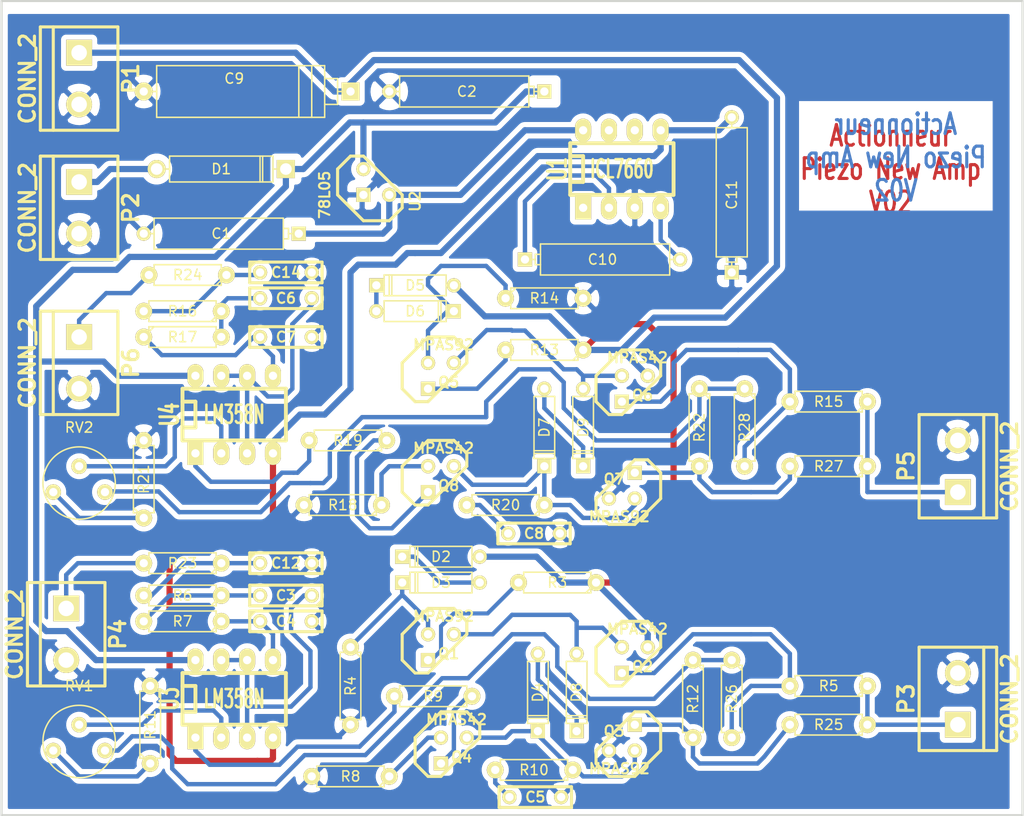
<source format=kicad_pcb>
(kicad_pcb (version 4) (host pcbnew "(2015-06-24 BZR 5819)-product")
  (title_block (title Actionneur_piezo) (company "Kicad devs") (comment 1 Demo))
  (layers (0 Composant power) (31 Cuivre signal) (34 B.Paste user) (35 F.Paste user) (36 B.SilkS user) (37 F.SilkS user) (38 B.Mask user) (39 F.Mask user) (44 Edge.Cuts user))
  (net 0 "")
  (net 1 -VAA)
  (net 2 /12Vext)
  (net 3 /ampli_ht_horizontal/PIEZO_IN)
  (net 4 /ampli_ht_horizontal/PIEZO_OUT)
  (net 5 /ampli_ht_horizontal/S_OUT+)
  (net 6 /ampli_ht_horizontal/Vpil_0_3,3V)
  (net 7 /ampli_ht_vertical/PIEZO_IN)
  (net 8 /ampli_ht_vertical/PIEZO_OUT)
  (net 9 /ampli_ht_vertical/S_OUT+)
  (net 10 /ampli_ht_vertical/Vpil_0_3,3V)
  (net 11 GND)
  (net 12 HT)
  (net 13 "Net-(C10-Pad1)")
  (net 14 "Net-(C10-Pad2)")
  (net 15 "Net-(C12-Pad1)")
  (net 16 "Net-(C14-Pad1)")
  (net 17 "Net-(C3-Pad2)")
  (net 18 "Net-(C4-Pad1)")
  (net 19 "Net-(C5-Pad1)")
  (net 20 "Net-(C6-Pad2)")
  (net 21 "Net-(C7-Pad1)")
  (net 22 "Net-(C8-Pad1)")
  (net 23 "Net-(D4-Pad1)")
  (net 24 "Net-(D4-Pad2)")
  (net 25 "Net-(D7-Pad1)")
  (net 26 "Net-(D7-Pad2)")
  (net 27 "Net-(Q1-PadE)")
  (net 28 "Net-(Q2-PadE)")
  (net 29 "Net-(Q3-PadE)")
  (net 30 "Net-(Q4-PadB)")
  (net 31 "Net-(Q4-PadE)")
  (net 32 "Net-(Q5-PadE)")
  (net 33 "Net-(Q6-PadE)")
  (net 34 "Net-(Q7-PadE)")
  (net 35 "Net-(Q8-PadB)")
  (net 36 "Net-(Q8-PadE)")
  (net 37 "Net-(R11-Pad1)")
  (net 38 "Net-(R19-Pad2)")
  (net 39 "Net-(R21-Pad1)")
  (net 40 "Net-(R9-Pad2)")
  (net 41 "Net-(RV1-Pad2)")
  (net 42 "Net-(RV2-Pad2)")
  (net 43 VCC)
  (net 44 "Net-(U1-Pad6)")
  (net 45 "Net-(U1-Pad7)")
  (net 46 +12V)
  (net 47 "Net-(D2-Pad1)")
  (net 48 "Net-(D3-Pad1)")
  (net 49 "Net-(D5-Pad1)")
  (net 50 "Net-(D6-Pad1)")
  (net 51 "Net-(D8-Pad2)")
  (net 52 "Net-(D9-Pad2)")
  (module discret:CP6 (layer Composant) (at 109.855 74.676 180)
    (fp_text reference C1 (at 0 0 180) (layer F.SilkS))
    (fp_text value 47uF)
    (pad 1 thru_hole rect (at -7.62 0 180) (size 1.397 1.397) (drill 0.8128) (layers *.Cu *.Mask F.SilkS) (net 43 VCC))
    (pad 2 thru_hole circle (at 7.62 0 180) (size 1.397 1.397) (drill 0.8128) (layers *.Cu *.Mask F.SilkS) (net 11 GND))
  )
  (module discret:CP6 (layer Composant) (at 133.985 60.706 180)
    (fp_text reference C2 (at 0 0 180) (layer F.SilkS))
    (fp_text value 47uF/20V)
    (pad 1 thru_hole rect (at -7.62 0 180) (size 1.397 1.397) (drill 0.8128) (layers *.Cu *.Mask F.SilkS) (net 46 +12V))
    (pad 2 thru_hole circle (at 7.62 0 180) (size 1.397 1.397) (drill 0.8128) (layers *.Cu *.Mask F.SilkS) (net 11 GND))
  )
  (module discret:C2 (layer Composant) (at 116.205 110.236 180)
    (fp_text reference C3 (at 0 0 180) (layer F.SilkS) (effects (font (thickness 0.2))))
    (fp_text value 15nF hide)
    (pad 1 thru_hole circle (at -2.54 0 180) (size 1.397 1.397) (drill 0.8128) (layers *.Cu *.Mask F.SilkS) (net 10 /ampli_ht_vertical/Vpil_0_3,3V))
    (pad 2 thru_hole circle (at 2.54 0 180) (size 1.397 1.397) (drill 0.8128) (layers *.Cu *.Mask F.SilkS) (net 17 "Net-(C3-Pad2)"))
  )
  (module discret:C2 (layer Composant) (at 116.205 112.776)
    (fp_text reference C4 (at 0 0) (layer F.SilkS) (effects (font (thickness 0.2))))
    (fp_text value 4.7nF hide)
    (pad 1 thru_hole circle (at -2.54 0) (size 1.397 1.397) (drill 0.8128) (layers *.Cu *.Mask F.SilkS) (net 18 "Net-(C4-Pad1)"))
    (pad 2 thru_hole circle (at 2.54 0) (size 1.397 1.397) (drill 0.8128) (layers *.Cu *.Mask F.SilkS) (net 11 GND))
  )
  (module discret:C2 (layer Composant) (at 140.716 130.048)
    (fp_text reference C5 (at 0 0) (layer F.SilkS) (effects (font (thickness 0.2))))
    (fp_text value 820pF hide)
    (pad 1 thru_hole circle (at -2.54 0) (size 1.397 1.397) (drill 0.8128) (layers *.Cu *.Mask F.SilkS) (net 19 "Net-(C5-Pad1)"))
    (pad 2 thru_hole circle (at 2.54 0) (size 1.397 1.397) (drill 0.8128) (layers *.Cu *.Mask F.SilkS) (net 11 GND))
  )
  (module discret:C2 (layer Composant) (at 116.205 81.026 180)
    (fp_text reference C6 (at 0 0 180) (layer F.SilkS) (effects (font (thickness 0.2))))
    (fp_text value 15nF hide)
    (pad 1 thru_hole circle (at -2.54 0 180) (size 1.397 1.397) (drill 0.8128) (layers *.Cu *.Mask F.SilkS) (net 6 /ampli_ht_horizontal/Vpil_0_3,3V))
    (pad 2 thru_hole circle (at 2.54 0 180) (size 1.397 1.397) (drill 0.8128) (layers *.Cu *.Mask F.SilkS) (net 20 "Net-(C6-Pad2)"))
  )
  (module discret:C2 (layer Composant) (at 116.205 84.836)
    (fp_text reference C7 (at 0 0) (layer F.SilkS) (effects (font (thickness 0.2))))
    (fp_text value 4.7nF hide)
    (pad 1 thru_hole circle (at -2.54 0) (size 1.397 1.397) (drill 0.8128) (layers *.Cu *.Mask F.SilkS) (net 21 "Net-(C7-Pad1)"))
    (pad 2 thru_hole circle (at 2.54 0) (size 1.397 1.397) (drill 0.8128) (layers *.Cu *.Mask F.SilkS) (net 11 GND))
  )
  (module discret:C2 (layer Composant) (at 140.589 104.14)
    (fp_text reference C8 (at 0 0) (layer F.SilkS) (effects (font (thickness 0.2))))
    (fp_text value 820pF hide)
    (pad 1 thru_hole circle (at -2.54 0) (size 1.397 1.397) (drill 0.8128) (layers *.Cu *.Mask F.SilkS) (net 22 "Net-(C8-Pad1)"))
    (pad 2 thru_hole circle (at 2.54 0) (size 1.397 1.397) (drill 0.8128) (layers *.Cu *.Mask F.SilkS) (net 11 GND))
  )
  (module discret:CP8 (layer Composant) (at 112.395 60.706 180)
    (fp_text reference C9 (at 1.27 1.27 180) (layer F.SilkS))
    (fp_text value 47uF/63V)
    (pad 1 thru_hole rect (at -10.16 0 180) (size 1.778 1.778) (drill 0.8128) (layers *.Cu *.Mask F.SilkS) (net 12 HT))
    (pad 2 thru_hole circle (at 10.16 0 180) (size 1.778 1.778) (drill 0.8128) (layers *.Cu *.Mask F.SilkS) (net 11 GND))
  )
  (module discret:CP6 (layer Composant) (at 147.32 77.216)
    (fp_text reference C10 (at 0 0) (layer F.SilkS))
    (fp_text value 10uF)
    (pad 1 thru_hole rect (at -7.62 0) (size 1.397 1.397) (drill 0.8128) (layers *.Cu *.Mask F.SilkS) (net 13 "Net-(C10-Pad1)"))
    (pad 2 thru_hole circle (at 7.62 0) (size 1.397 1.397) (drill 0.8128) (layers *.Cu *.Mask F.SilkS) (net 14 "Net-(C10-Pad2)"))
  )
  (module discret:CP6 (layer Composant) (at 160.02 70.866 90)
    (fp_text reference C11 (at 0 0 90) (layer F.SilkS))
    (fp_text value 10uF)
    (pad 1 thru_hole rect (at -7.62 0 90) (size 1.397 1.397) (drill 0.8128) (layers *.Cu *.Mask F.SilkS) (net 11 GND))
    (pad 2 thru_hole circle (at 7.62 0 90) (size 1.397 1.397) (drill 0.8128) (layers *.Cu *.Mask F.SilkS) (net 1 -VAA))
  )
  (module discret:C2 (layer Composant) (at 116.205 107.061)
    (fp_text reference C12 (at 0 0) (layer F.SilkS) (effects (font (thickness 0.2))))
    (fp_text value 150nF hide)
    (pad 1 thru_hole circle (at -2.54 0) (size 1.397 1.397) (drill 0.8128) (layers *.Cu *.Mask F.SilkS) (net 15 "Net-(C12-Pad1)"))
    (pad 2 thru_hole circle (at 2.54 0) (size 1.397 1.397) (drill 0.8128) (layers *.Cu *.Mask F.SilkS) (net 11 GND))
  )
  (module discret:C2 (layer Composant) (at 116.205 78.486)
    (fp_text reference C14 (at 0 0) (layer F.SilkS) (effects (font (thickness 0.2))))
    (fp_text value 150nF hide)
    (pad 1 thru_hole circle (at -2.54 0) (size 1.397 1.397) (drill 0.8128) (layers *.Cu *.Mask F.SilkS) (net 16 "Net-(C14-Pad1)"))
    (pad 2 thru_hole circle (at 2.54 0) (size 1.397 1.397) (drill 0.8128) (layers *.Cu *.Mask F.SilkS) (net 11 GND))
  )
  (module discret:D5 (layer Composant) (at 109.855 68.326)
    (fp_text reference D1 (at 0 0) (layer F.SilkS))
    (fp_text value 1N4007)
    (pad 2 thru_hole circle (at -6.35 0) (size 1.778 1.778) (drill 1.143) (layers *.Cu *.Mask F.SilkS) (net 2 /12Vext))
    (pad 1 thru_hole rect (at 6.35 0) (size 1.778 1.778) (drill 1.143) (layers *.Cu *.Mask F.SilkS) (net 46 +12V))
  )
  (module discret:D3 (layer Composant) (at 131.445 106.426 180)
    (fp_text reference D2 (at 0 0 180) (layer F.SilkS))
    (fp_text value 1N4148)
    (pad 1 thru_hole rect (at 3.81 0 180) (size 1.397 1.397) (drill 0.8128) (layers *.Cu *.Mask F.SilkS) (net 47 "Net-(D2-Pad1)"))
    (pad 2 thru_hole circle (at -3.81 0 180) (size 1.397 1.397) (drill 0.8128) (layers *.Cu *.Mask F.SilkS) (net 12 HT))
  )
  (module discret:D3 (layer Composant) (at 131.445 108.966 180)
    (fp_text reference D3 (at 0 0 180) (layer F.SilkS))
    (fp_text value 1N4148)
    (pad 1 thru_hole rect (at 3.81 0 180) (size 1.397 1.397) (drill 0.8128) (layers *.Cu *.Mask F.SilkS) (net 48 "Net-(D3-Pad1)"))
    (pad 2 thru_hole circle (at -3.81 0 180) (size 1.397 1.397) (drill 0.8128) (layers *.Cu *.Mask F.SilkS) (net 47 "Net-(D2-Pad1)"))
  )
  (module discret:D3 (layer Composant) (at 140.97 119.761 270)
    (fp_text reference D4 (at 0 0 270) (layer F.SilkS))
    (fp_text value 1N4148)
    (pad 1 thru_hole rect (at 3.81 0 270) (size 1.397 1.397) (drill 0.8128) (layers *.Cu *.Mask F.SilkS) (net 23 "Net-(D4-Pad1)"))
    (pad 2 thru_hole circle (at -3.81 0 270) (size 1.397 1.397) (drill 0.8128) (layers *.Cu *.Mask F.SilkS) (net 24 "Net-(D4-Pad2)"))
  )
  (module discret:D3 (layer Composant) (at 128.905 79.756 180)
    (fp_text reference D5 (at 0 0 180) (layer F.SilkS))
    (fp_text value 1N4148)
    (pad 1 thru_hole rect (at 3.81 0 180) (size 1.397 1.397) (drill 0.8128) (layers *.Cu *.Mask F.SilkS) (net 49 "Net-(D5-Pad1)"))
    (pad 2 thru_hole circle (at -3.81 0 180) (size 1.397 1.397) (drill 0.8128) (layers *.Cu *.Mask F.SilkS) (net 12 HT))
  )
  (module discret:D3 (layer Composant) (at 128.905 82.296)
    (fp_text reference D6 (at 0 0) (layer F.SilkS))
    (fp_text value 1N4148)
    (pad 1 thru_hole rect (at 3.81 0) (size 1.397 1.397) (drill 0.8128) (layers *.Cu *.Mask F.SilkS) (net 50 "Net-(D6-Pad1)"))
    (pad 2 thru_hole circle (at -3.81 0) (size 1.397 1.397) (drill 0.8128) (layers *.Cu *.Mask F.SilkS) (net 49 "Net-(D5-Pad1)"))
  )
  (module discret:D3 (layer Composant) (at 141.605 93.726 270)
    (fp_text reference D7 (at 0 0 270) (layer F.SilkS))
    (fp_text value 1N4148)
    (pad 1 thru_hole rect (at 3.81 0 270) (size 1.397 1.397) (drill 0.8128) (layers *.Cu *.Mask F.SilkS) (net 25 "Net-(D7-Pad1)"))
    (pad 2 thru_hole circle (at -3.81 0 270) (size 1.397 1.397) (drill 0.8128) (layers *.Cu *.Mask F.SilkS) (net 26 "Net-(D7-Pad2)"))
  )
  (module discret:D3 (layer Composant) (at 144.78 119.761 270)
    (fp_text reference D8 (at 0 0 270) (layer F.SilkS))
    (fp_text value 1N4148)
    (pad 1 thru_hole rect (at 3.81 0 270) (size 1.397 1.397) (drill 0.8128) (layers *.Cu *.Mask F.SilkS) (net 24 "Net-(D4-Pad2)"))
    (pad 2 thru_hole circle (at -3.81 0 270) (size 1.397 1.397) (drill 0.8128) (layers *.Cu *.Mask F.SilkS) (net 51 "Net-(D8-Pad2)"))
  )
  (module discret:D3 (layer Composant) (at 145.415 93.726 270)
    (fp_text reference D9 (at 0 0 270) (layer F.SilkS))
    (fp_text value 1N4148)
    (pad 1 thru_hole rect (at 3.81 0 270) (size 1.397 1.397) (drill 0.8128) (layers *.Cu *.Mask F.SilkS) (net 26 "Net-(D7-Pad2)"))
    (pad 2 thru_hole circle (at -3.81 0 270) (size 1.397 1.397) (drill 0.8128) (layers *.Cu *.Mask F.SilkS) (net 52 "Net-(D9-Pad2)"))
  )
  (module connect:bornier2 (layer Composant) (at 95.885 59.436 270)
    (fp_text reference P1 (at 0 -5.08 270) (layer F.SilkS) (effects (font (thickness 0.3048))))
    (fp_text value CONN_2 (at 0 5.08 270) (layer F.SilkS) (effects (font (thickness 0.3048))))
    (pad 1 thru_hole rect (at -2.54 0 270) (size 2.54 2.54) (drill 1.524) (layers *.Cu *.Mask F.SilkS) (net 12 HT))
    (pad 2 thru_hole circle (at 2.54 0 270) (size 2.54 2.54) (drill 1.524) (layers *.Cu *.Mask F.SilkS) (net 11 GND))
  )
  (module connect:bornier2 (layer Composant) (at 95.885 72.136 270)
    (fp_text reference P2 (at 0 -5.08 270) (layer F.SilkS) (effects (font (thickness 0.3048))))
    (fp_text value CONN_2 (at 0 5.08 270) (layer F.SilkS) (effects (font (thickness 0.3048))))
    (pad 1 thru_hole rect (at -2.54 0 270) (size 2.54 2.54) (drill 1.524) (layers *.Cu *.Mask F.SilkS) (net 2 /12Vext))
    (pad 2 thru_hole circle (at 2.54 0 270) (size 2.54 2.54) (drill 1.524) (layers *.Cu *.Mask F.SilkS) (net 11 GND))
  )
  (module connect:bornier2 (layer Composant) (at 182.245 120.396 90)
    (fp_text reference P3 (at 0 -5.08 90) (layer F.SilkS) (effects (font (thickness 0.3048))))
    (fp_text value CONN_2 (at 0 5.08 90) (layer F.SilkS) (effects (font (thickness 0.3048))))
    (pad 1 thru_hole rect (at -2.54 0 90) (size 2.54 2.54) (drill 1.524) (layers *.Cu *.Mask F.SilkS) (net 8 /ampli_ht_vertical/PIEZO_OUT))
    (pad 2 thru_hole circle (at 2.54 0 90) (size 2.54 2.54) (drill 1.524) (layers *.Cu *.Mask F.SilkS) (net 11 GND))
  )
  (module connect:bornier2 (layer Composant) (at 94.615 114.046 270)
    (fp_text reference P4 (at 0 -5.08 270) (layer F.SilkS) (effects (font (thickness 0.3048))))
    (fp_text value CONN_2 (at 0 5.08 270) (layer F.SilkS) (effects (font (thickness 0.3048))))
    (pad 1 thru_hole rect (at -2.54 0 270) (size 2.54 2.54) (drill 1.524) (layers *.Cu *.Mask F.SilkS) (net 7 /ampli_ht_vertical/PIEZO_IN))
    (pad 2 thru_hole circle (at 2.54 0 270) (size 2.54 2.54) (drill 1.524) (layers *.Cu *.Mask F.SilkS) (net 11 GND))
  )
  (module connect:bornier2 (layer Composant) (at 182.245 97.536 90)
    (fp_text reference P5 (at 0 -5.08 90) (layer F.SilkS) (effects (font (thickness 0.3048))))
    (fp_text value CONN_2 (at 0 5.08 90) (layer F.SilkS) (effects (font (thickness 0.3048))))
    (pad 1 thru_hole rect (at -2.54 0 90) (size 2.54 2.54) (drill 1.524) (layers *.Cu *.Mask F.SilkS) (net 4 /ampli_ht_horizontal/PIEZO_OUT))
    (pad 2 thru_hole circle (at 2.54 0 90) (size 2.54 2.54) (drill 1.524) (layers *.Cu *.Mask F.SilkS) (net 11 GND))
  )
  (module connect:bornier2 (layer Composant) (at 95.885 87.376 270)
    (fp_text reference P6 (at 0 -5.08 270) (layer F.SilkS) (effects (font (thickness 0.3048))))
    (fp_text value CONN_2 (at 0 5.08 270) (layer F.SilkS) (effects (font (thickness 0.3048))))
    (pad 1 thru_hole rect (at -2.54 0 270) (size 2.54 2.54) (drill 1.524) (layers *.Cu *.Mask F.SilkS) (net 3 /ampli_ht_horizontal/PIEZO_IN))
    (pad 2 thru_hole circle (at 2.54 0 270) (size 2.54 2.54) (drill 1.524) (layers *.Cu *.Mask F.SilkS) (net 11 GND))
  )
  (module discret:TO92-CBE (layer Composant) (at 131.445 115.316)
    (fp_text reference Q1 (at 0.762 0.635) (layer F.SilkS) (effects (font (size 1.016 1.016) (thickness 0.2032))))
    (fp_text value MPAS92 (at 0.254 -3.048) (layer F.SilkS) (effects (font (size 1.016 1.016) (thickness 0.2032))))
    (pad E thru_hole rect (at -1.27 1.27) (size 1.397 1.397) (drill 0.8128) (layers *.Cu *.Mask F.SilkS) (net 27 "Net-(Q1-PadE)"))
    (pad B thru_hole circle (at -1.27 -1.27) (size 1.397 1.397) (drill 0.8128) (layers *.Cu *.Mask F.SilkS) (net 48 "Net-(D3-Pad1)"))
    (pad C thru_hole circle (at 1.27 -1.27) (size 1.397 1.397) (drill 0.8128) (layers *.Cu *.Mask F.SilkS) (net 51 "Net-(D8-Pad2)"))
  )
  (module discret:TO92-CBE (layer Composant) (at 150.495 116.586)
    (fp_text reference Q2 (at 0.762 0.635) (layer F.SilkS) (effects (font (size 1.016 1.016) (thickness 0.2032))))
    (fp_text value MPAS42 (at 0.254 -3.048) (layer F.SilkS) (effects (font (size 1.016 1.016) (thickness 0.2032))))
    (pad E thru_hole rect (at -1.27 1.27) (size 1.397 1.397) (drill 0.8128) (layers *.Cu *.Mask F.SilkS) (net 28 "Net-(Q2-PadE)"))
    (pad B thru_hole circle (at -1.27 -1.27) (size 1.397 1.397) (drill 0.8128) (layers *.Cu *.Mask F.SilkS) (net 51 "Net-(D8-Pad2)"))
    (pad C thru_hole circle (at 1.27 -1.27) (size 1.397 1.397) (drill 0.8128) (layers *.Cu *.Mask F.SilkS) (net 12 HT))
  )
  (module discret:TO92-CBE (layer Composant) (at 149.225 124.206 180)
    (fp_text reference Q3 (at 0.762 0.635 180) (layer F.SilkS) (effects (font (size 1.016 1.016) (thickness 0.2032))))
    (fp_text value MPAS92 (at 0.254 -3.048 180) (layer F.SilkS) (effects (font (size 1.016 1.016) (thickness 0.2032))))
    (pad E thru_hole rect (at -1.27 1.27 180) (size 1.397 1.397) (drill 0.8128) (layers *.Cu *.Mask F.SilkS) (net 29 "Net-(Q3-PadE)"))
    (pad B thru_hole circle (at -1.27 -1.27 180) (size 1.397 1.397) (drill 0.8128) (layers *.Cu *.Mask F.SilkS) (net 23 "Net-(D4-Pad1)"))
    (pad C thru_hole circle (at 1.27 -1.27 180) (size 1.397 1.397) (drill 0.8128) (layers *.Cu *.Mask F.SilkS) (net 11 GND))
  )
  (module discret:TO92-CBE (layer Composant) (at 132.715 125.476)
    (fp_text reference Q4 (at 0.762 0.635) (layer F.SilkS) (effects (font (size 1.016 1.016) (thickness 0.2032))))
    (fp_text value MPAS42 (at 0.254 -3.048) (layer F.SilkS) (effects (font (size 1.016 1.016) (thickness 0.2032))))
    (pad E thru_hole rect (at -1.27 1.27) (size 1.397 1.397) (drill 0.8128) (layers *.Cu *.Mask F.SilkS) (net 31 "Net-(Q4-PadE)"))
    (pad B thru_hole circle (at -1.27 -1.27) (size 1.397 1.397) (drill 0.8128) (layers *.Cu *.Mask F.SilkS) (net 30 "Net-(Q4-PadB)"))
    (pad C thru_hole circle (at 1.27 -1.27) (size 1.397 1.397) (drill 0.8128) (layers *.Cu *.Mask F.SilkS) (net 23 "Net-(D4-Pad1)"))
  )
  (module discret:TO92-CBE (layer Composant) (at 131.445 88.646)
    (fp_text reference Q5 (at 0.762 0.635) (layer F.SilkS) (effects (font (size 1.016 1.016) (thickness 0.2032))))
    (fp_text value MPAS92 (at 0.254 -3.048) (layer F.SilkS) (effects (font (size 1.016 1.016) (thickness 0.2032))))
    (pad E thru_hole rect (at -1.27 1.27) (size 1.397 1.397) (drill 0.8128) (layers *.Cu *.Mask F.SilkS) (net 32 "Net-(Q5-PadE)"))
    (pad B thru_hole circle (at -1.27 -1.27) (size 1.397 1.397) (drill 0.8128) (layers *.Cu *.Mask F.SilkS) (net 50 "Net-(D6-Pad1)"))
    (pad C thru_hole circle (at 1.27 -1.27) (size 1.397 1.397) (drill 0.8128) (layers *.Cu *.Mask F.SilkS) (net 52 "Net-(D9-Pad2)"))
  )
  (module discret:TO92-CBE (layer Composant) (at 150.495 89.916)
    (fp_text reference Q6 (at 0.762 0.635) (layer F.SilkS) (effects (font (size 1.016 1.016) (thickness 0.2032))))
    (fp_text value MPAS42 (at 0.254 -3.048) (layer F.SilkS) (effects (font (size 1.016 1.016) (thickness 0.2032))))
    (pad E thru_hole rect (at -1.27 1.27) (size 1.397 1.397) (drill 0.8128) (layers *.Cu *.Mask F.SilkS) (net 33 "Net-(Q6-PadE)"))
    (pad B thru_hole circle (at -1.27 -1.27) (size 1.397 1.397) (drill 0.8128) (layers *.Cu *.Mask F.SilkS) (net 52 "Net-(D9-Pad2)"))
    (pad C thru_hole circle (at 1.27 -1.27) (size 1.397 1.397) (drill 0.8128) (layers *.Cu *.Mask F.SilkS) (net 12 HT))
  )
  (module discret:TO92-CBE (layer Composant) (at 149.225 99.441 180)
    (fp_text reference Q7 (at 0.762 0.635 180) (layer F.SilkS) (effects (font (size 1.016 1.016) (thickness 0.2032))))
    (fp_text value MPAS92 (at 0.254 -3.048 180) (layer F.SilkS) (effects (font (size 1.016 1.016) (thickness 0.2032))))
    (pad E thru_hole rect (at -1.27 1.27 180) (size 1.397 1.397) (drill 0.8128) (layers *.Cu *.Mask F.SilkS) (net 34 "Net-(Q7-PadE)"))
    (pad B thru_hole circle (at -1.27 -1.27 180) (size 1.397 1.397) (drill 0.8128) (layers *.Cu *.Mask F.SilkS) (net 25 "Net-(D7-Pad1)"))
    (pad C thru_hole circle (at 1.27 -1.27 180) (size 1.397 1.397) (drill 0.8128) (layers *.Cu *.Mask F.SilkS) (net 11 GND))
  )
  (module discret:TO92-CBE (layer Composant) (at 131.445 98.806)
    (fp_text reference Q8 (at 0.762 0.635) (layer F.SilkS) (effects (font (size 1.016 1.016) (thickness 0.2032))))
    (fp_text value MPAS42 (at 0.254 -3.048) (layer F.SilkS) (effects (font (size 1.016 1.016) (thickness 0.2032))))
    (pad E thru_hole rect (at -1.27 1.27) (size 1.397 1.397) (drill 0.8128) (layers *.Cu *.Mask F.SilkS) (net 36 "Net-(Q8-PadE)"))
    (pad B thru_hole circle (at -1.27 -1.27) (size 1.397 1.397) (drill 0.8128) (layers *.Cu *.Mask F.SilkS) (net 35 "Net-(Q8-PadB)"))
    (pad C thru_hole circle (at 1.27 -1.27) (size 1.397 1.397) (drill 0.8128) (layers *.Cu *.Mask F.SilkS) (net 25 "Net-(D7-Pad1)"))
  )
  (module discret:R3-LARGE_PADS (layer Composant) (at 142.875 108.966 180)
    (fp_text reference R3 (at 0 0 180) (layer F.SilkS))
    (fp_text value 470)
    (pad 1 thru_hole circle (at -3.81 0 180) (size 1.651 1.651) (drill 0.8128) (layers *.Cu *.Mask F.SilkS) (net 12 HT))
    (pad 2 thru_hole circle (at 3.81 0 180) (size 1.651 1.651) (drill 0.8128) (layers *.Cu *.Mask F.SilkS) (net 27 "Net-(Q1-PadE)"))
  )
  (module discret:R3-LARGE_PADS (layer Composant) (at 122.555 119.126 270)
    (fp_text reference R4 (at 0 0 270) (layer F.SilkS))
    (fp_text value 220K)
    (pad 1 thru_hole circle (at -3.81 0 270) (size 1.651 1.651) (drill 0.8128) (layers *.Cu *.Mask F.SilkS) (net 48 "Net-(D3-Pad1)"))
    (pad 2 thru_hole circle (at 3.81 0 270) (size 1.651 1.651) (drill 0.8128) (layers *.Cu *.Mask F.SilkS) (net 11 GND))
  )
  (module discret:R3-LARGE_PADS (layer Composant) (at 169.545 119.126 180)
    (fp_text reference R5 (at 0 0 180) (layer F.SilkS))
    (fp_text value 47)
    (pad 1 thru_hole circle (at -3.81 0 180) (size 1.651 1.651) (drill 0.8128) (layers *.Cu *.Mask F.SilkS) (net 8 /ampli_ht_vertical/PIEZO_OUT))
    (pad 2 thru_hole circle (at 3.81 0 180) (size 1.651 1.651) (drill 0.8128) (layers *.Cu *.Mask F.SilkS) (net 28 "Net-(Q2-PadE)"))
  )
  (module discret:R3-LARGE_PADS (layer Composant) (at 106.045 110.236 180)
    (fp_text reference R6 (at 0 0 180) (layer F.SilkS))
    (fp_text value 22K)
    (pad 1 thru_hole circle (at -3.81 0 180) (size 1.651 1.651) (drill 0.8128) (layers *.Cu *.Mask F.SilkS) (net 17 "Net-(C3-Pad2)"))
    (pad 2 thru_hole circle (at 3.81 0 180) (size 1.651 1.651) (drill 0.8128) (layers *.Cu *.Mask F.SilkS) (net 15 "Net-(C12-Pad1)"))
  )
  (module discret:R3-LARGE_PADS (layer Composant) (at 106.045 112.776 180)
    (fp_text reference R7 (at 0 0 180) (layer F.SilkS))
    (fp_text value 22K)
    (pad 1 thru_hole circle (at -3.81 0 180) (size 1.651 1.651) (drill 0.8128) (layers *.Cu *.Mask F.SilkS) (net 18 "Net-(C4-Pad1)"))
    (pad 2 thru_hole circle (at 3.81 0 180) (size 1.651 1.651) (drill 0.8128) (layers *.Cu *.Mask F.SilkS) (net 17 "Net-(C3-Pad2)"))
  )
  (module discret:R3-LARGE_PADS (layer Composant) (at 122.555 128.016 180)
    (fp_text reference R8 (at 0 0 180) (layer F.SilkS))
    (fp_text value 1K)
    (pad 1 thru_hole circle (at -3.81 0 180) (size 1.651 1.651) (drill 0.8128) (layers *.Cu *.Mask F.SilkS) (net 30 "Net-(Q4-PadB)"))
    (pad 2 thru_hole circle (at 3.81 0 180) (size 1.651 1.651) (drill 0.8128) (layers *.Cu *.Mask F.SilkS) (net 11 GND))
  )
  (module discret:R3-LARGE_PADS (layer Composant) (at 130.683 120.142 180)
    (fp_text reference R9 (at 0 0 180) (layer F.SilkS))
    (fp_text value 1K)
    (pad 1 thru_hole circle (at -3.81 0 180) (size 1.651 1.651) (drill 0.8128) (layers *.Cu *.Mask F.SilkS) (net 31 "Net-(Q4-PadE)"))
    (pad 2 thru_hole circle (at 3.81 0 180) (size 1.651 1.651) (drill 0.8128) (layers *.Cu *.Mask F.SilkS) (net 40 "Net-(R9-Pad2)"))
  )
  (module discret:R3-LARGE_PADS (layer Composant) (at 140.589 127.381 180)
    (fp_text reference R10 (at 0 0 180) (layer F.SilkS))
    (fp_text value 5,6K)
    (pad 1 thru_hole circle (at -3.81 0 180) (size 1.651 1.651) (drill 0.8128) (layers *.Cu *.Mask F.SilkS) (net 23 "Net-(D4-Pad1)"))
    (pad 2 thru_hole circle (at 3.81 0 180) (size 1.651 1.651) (drill 0.8128) (layers *.Cu *.Mask F.SilkS) (net 19 "Net-(C5-Pad1)"))
  )
  (module discret:R3-LARGE_PADS (layer Composant) (at 102.87 122.936 90)
    (fp_text reference R11 (at 0 0 90) (layer F.SilkS))
    (fp_text value 4,7K)
    (pad 1 thru_hole circle (at -3.81 0 90) (size 1.651 1.651) (drill 0.8128) (layers *.Cu *.Mask F.SilkS) (net 37 "Net-(R11-Pad1)"))
    (pad 2 thru_hole circle (at 3.81 0 90) (size 1.651 1.651) (drill 0.8128) (layers *.Cu *.Mask F.SilkS) (net 11 GND))
  )
  (module discret:R3-LARGE_PADS (layer Composant) (at 156.21 120.396 270)
    (fp_text reference R12 (at 0 0 270) (layer F.SilkS))
    (fp_text value 220K)
    (pad 1 thru_hole circle (at -3.81 0 270) (size 1.651 1.651) (drill 0.8128) (layers *.Cu *.Mask F.SilkS) (net 9 /ampli_ht_vertical/S_OUT+))
    (pad 2 thru_hole circle (at 3.81 0 270) (size 1.651 1.651) (drill 0.8128) (layers *.Cu *.Mask F.SilkS) (net 29 "Net-(Q3-PadE)"))
  )
  (module discret:R3-LARGE_PADS (layer Composant) (at 141.605 86.106 180)
    (fp_text reference R13 (at 0 0 180) (layer F.SilkS))
    (fp_text value 470)
    (pad 1 thru_hole circle (at -3.81 0 180) (size 1.651 1.651) (drill 0.8128) (layers *.Cu *.Mask F.SilkS) (net 12 HT))
    (pad 2 thru_hole circle (at 3.81 0 180) (size 1.651 1.651) (drill 0.8128) (layers *.Cu *.Mask F.SilkS) (net 32 "Net-(Q5-PadE)"))
  )
  (module discret:R3-LARGE_PADS (layer Composant) (at 141.605 81.026)
    (fp_text reference R14 (at 0 0) (layer F.SilkS))
    (fp_text value 220K)
    (pad 1 thru_hole circle (at -3.81 0) (size 1.651 1.651) (drill 0.8128) (layers *.Cu *.Mask F.SilkS) (net 50 "Net-(D6-Pad1)"))
    (pad 2 thru_hole circle (at 3.81 0) (size 1.651 1.651) (drill 0.8128) (layers *.Cu *.Mask F.SilkS) (net 11 GND))
  )
  (module discret:R3-LARGE_PADS (layer Composant) (at 169.545 91.186 180)
    (fp_text reference R15 (at 0 0 180) (layer F.SilkS))
    (fp_text value 47)
    (pad 1 thru_hole circle (at -3.81 0 180) (size 1.651 1.651) (drill 0.8128) (layers *.Cu *.Mask F.SilkS) (net 4 /ampli_ht_horizontal/PIEZO_OUT))
    (pad 2 thru_hole circle (at 3.81 0 180) (size 1.651 1.651) (drill 0.8128) (layers *.Cu *.Mask F.SilkS) (net 33 "Net-(Q6-PadE)"))
  )
  (module discret:R3-LARGE_PADS (layer Composant) (at 106.045 82.296 180)
    (fp_text reference R16 (at 0 0 180) (layer F.SilkS))
    (fp_text value 22K)
    (pad 1 thru_hole circle (at -3.81 0 180) (size 1.651 1.651) (drill 0.8128) (layers *.Cu *.Mask F.SilkS) (net 20 "Net-(C6-Pad2)"))
    (pad 2 thru_hole circle (at 3.81 0 180) (size 1.651 1.651) (drill 0.8128) (layers *.Cu *.Mask F.SilkS) (net 16 "Net-(C14-Pad1)"))
  )
  (module discret:R3-LARGE_PADS (layer Composant) (at 106.045 84.836)
    (fp_text reference R17 (at 0 0) (layer F.SilkS))
    (fp_text value 22K)
    (pad 1 thru_hole circle (at -3.81 0) (size 1.651 1.651) (drill 0.8128) (layers *.Cu *.Mask F.SilkS) (net 21 "Net-(C7-Pad1)"))
    (pad 2 thru_hole circle (at 3.81 0) (size 1.651 1.651) (drill 0.8128) (layers *.Cu *.Mask F.SilkS) (net 20 "Net-(C6-Pad2)"))
  )
  (module discret:R3-LARGE_PADS (layer Composant) (at 121.793 101.346 180)
    (fp_text reference R18 (at 0 0 180) (layer F.SilkS))
    (fp_text value 1K)
    (pad 1 thru_hole circle (at -3.81 0 180) (size 1.651 1.651) (drill 0.8128) (layers *.Cu *.Mask F.SilkS) (net 35 "Net-(Q8-PadB)"))
    (pad 2 thru_hole circle (at 3.81 0 180) (size 1.651 1.651) (drill 0.8128) (layers *.Cu *.Mask F.SilkS) (net 11 GND))
  )
  (module discret:R3-LARGE_PADS (layer Composant) (at 122.301 94.996 180)
    (fp_text reference R19 (at 0 0 180) (layer F.SilkS))
    (fp_text value 1K)
    (pad 1 thru_hole circle (at -3.81 0 180) (size 1.651 1.651) (drill 0.8128) (layers *.Cu *.Mask F.SilkS) (net 36 "Net-(Q8-PadE)"))
    (pad 2 thru_hole circle (at 3.81 0 180) (size 1.651 1.651) (drill 0.8128) (layers *.Cu *.Mask F.SilkS) (net 38 "Net-(R19-Pad2)"))
  )
  (module discret:R3-LARGE_PADS (layer Composant) (at 137.795 101.346 180)
    (fp_text reference R20 (at 0 0 180) (layer F.SilkS))
    (fp_text value 5,6K)
    (pad 1 thru_hole circle (at -3.81 0 180) (size 1.651 1.651) (drill 0.8128) (layers *.Cu *.Mask F.SilkS) (net 25 "Net-(D7-Pad1)"))
    (pad 2 thru_hole circle (at 3.81 0 180) (size 1.651 1.651) (drill 0.8128) (layers *.Cu *.Mask F.SilkS) (net 22 "Net-(C8-Pad1)"))
  )
  (module discret:R3-LARGE_PADS (layer Composant) (at 102.235 98.806 90)
    (fp_text reference R21 (at 0 0 90) (layer F.SilkS))
    (fp_text value 4,7K)
    (pad 1 thru_hole circle (at -3.81 0 90) (size 1.651 1.651) (drill 0.8128) (layers *.Cu *.Mask F.SilkS) (net 39 "Net-(R21-Pad1)"))
    (pad 2 thru_hole circle (at 3.81 0 90) (size 1.651 1.651) (drill 0.8128) (layers *.Cu *.Mask F.SilkS) (net 11 GND))
  )
  (module discret:R3-LARGE_PADS (layer Composant) (at 156.845 93.726 270)
    (fp_text reference R22 (at 0 0 270) (layer F.SilkS))
    (fp_text value 220K)
    (pad 1 thru_hole circle (at -3.81 0 270) (size 1.651 1.651) (drill 0.8128) (layers *.Cu *.Mask F.SilkS) (net 5 /ampli_ht_horizontal/S_OUT+))
    (pad 2 thru_hole circle (at 3.81 0 270) (size 1.651 1.651) (drill 0.8128) (layers *.Cu *.Mask F.SilkS) (net 34 "Net-(Q7-PadE)"))
  )
  (module discret:R3-LARGE_PADS (layer Composant) (at 106.045 107.061 180)
    (fp_text reference R23 (at 0 0 180) (layer F.SilkS))
    (fp_text value 1K)
    (pad 1 thru_hole circle (at -3.81 0 180) (size 1.651 1.651) (drill 0.8128) (layers *.Cu *.Mask F.SilkS) (net 15 "Net-(C12-Pad1)"))
    (pad 2 thru_hole circle (at 3.81 0 180) (size 1.651 1.651) (drill 0.8128) (layers *.Cu *.Mask F.SilkS) (net 7 /ampli_ht_vertical/PIEZO_IN))
  )
  (module discret:R3-LARGE_PADS (layer Composant) (at 106.553 78.74 180)
    (fp_text reference R24 (at 0 0 180) (layer F.SilkS))
    (fp_text value 1K)
    (pad 1 thru_hole circle (at -3.81 0 180) (size 1.651 1.651) (drill 0.8128) (layers *.Cu *.Mask F.SilkS) (net 16 "Net-(C14-Pad1)"))
    (pad 2 thru_hole circle (at 3.81 0 180) (size 1.651 1.651) (drill 0.8128) (layers *.Cu *.Mask F.SilkS) (net 3 /ampli_ht_horizontal/PIEZO_IN))
  )
  (module discret:R3-LARGE_PADS (layer Composant) (at 169.545 122.936 180)
    (fp_text reference R25 (at 0 0 180) (layer F.SilkS))
    (fp_text value 47)
    (pad 1 thru_hole circle (at -3.81 0 180) (size 1.651 1.651) (drill 0.8128) (layers *.Cu *.Mask F.SilkS) (net 8 /ampli_ht_vertical/PIEZO_OUT))
    (pad 2 thru_hole circle (at 3.81 0 180) (size 1.651 1.651) (drill 0.8128) (layers *.Cu *.Mask F.SilkS) (net 29 "Net-(Q3-PadE)"))
  )
  (module discret:R3-LARGE_PADS (layer Composant) (at 160.02 120.396 270)
    (fp_text reference R26 (at 0 0 270) (layer F.SilkS))
    (fp_text value 220K)
    (pad 1 thru_hole circle (at -3.81 0 270) (size 1.651 1.651) (drill 0.8128) (layers *.Cu *.Mask F.SilkS) (net 9 /ampli_ht_vertical/S_OUT+))
    (pad 2 thru_hole circle (at 3.81 0 270) (size 1.651 1.651) (drill 0.8128) (layers *.Cu *.Mask F.SilkS) (net 28 "Net-(Q2-PadE)"))
  )
  (module discret:R3-LARGE_PADS (layer Composant) (at 169.545 97.536 180)
    (fp_text reference R27 (at 0 0 180) (layer F.SilkS))
    (fp_text value 47)
    (pad 1 thru_hole circle (at -3.81 0 180) (size 1.651 1.651) (drill 0.8128) (layers *.Cu *.Mask F.SilkS) (net 4 /ampli_ht_horizontal/PIEZO_OUT))
    (pad 2 thru_hole circle (at 3.81 0 180) (size 1.651 1.651) (drill 0.8128) (layers *.Cu *.Mask F.SilkS) (net 34 "Net-(Q7-PadE)"))
  )
  (module discret:R3-LARGE_PADS (layer Composant) (at 161.29 93.726 270)
    (fp_text reference R28 (at 0 0 270) (layer F.SilkS))
    (fp_text value 220K)
    (pad 1 thru_hole circle (at -3.81 0 270) (size 1.651 1.651) (drill 0.8128) (layers *.Cu *.Mask F.SilkS) (net 5 /ampli_ht_horizontal/S_OUT+))
    (pad 2 thru_hole circle (at 3.81 0 270) (size 1.651 1.651) (drill 0.8128) (layers *.Cu *.Mask F.SilkS) (net 33 "Net-(Q6-PadE)"))
  )
  (module discret:RV2 (layer Composant) (at 95.885 124.206)
    (fp_text reference RV1 (at 0 -5.08) (layer F.SilkS))
    (fp_text value 4,7K)
    (pad 1 thru_hole circle (at -2.54 1.27) (size 1.524 1.524) (drill 0.8128) (layers *.Cu *.Mask F.SilkS) (net 37 "Net-(R11-Pad1)"))
    (pad 2 thru_hole circle (at 0 -1.27) (size 1.524 1.524) (drill 0.8128) (layers *.Cu *.Mask F.SilkS) (net 41 "Net-(RV1-Pad2)"))
    (pad 3 thru_hole circle (at 2.54 1.27) (size 1.524 1.524) (drill 0.8128) (layers *.Cu *.Mask F.SilkS) (net 9 /ampli_ht_vertical/S_OUT+))
  )
  (module discret:RV2 (layer Composant) (at 95.885 98.806)
    (fp_text reference RV2 (at 0 -5.08) (layer F.SilkS))
    (fp_text value 4,7K)
    (pad 1 thru_hole circle (at -2.54 1.27) (size 1.524 1.524) (drill 0.8128) (layers *.Cu *.Mask F.SilkS) (net 39 "Net-(R21-Pad1)"))
    (pad 2 thru_hole circle (at 0 -1.27) (size 1.524 1.524) (drill 0.8128) (layers *.Cu *.Mask F.SilkS) (net 42 "Net-(RV2-Pad2)"))
    (pad 3 thru_hole circle (at 2.54 1.27) (size 1.524 1.524) (drill 0.8128) (layers *.Cu *.Mask F.SilkS) (net 5 /ampli_ht_horizontal/S_OUT+))
  )
  (module dip_sockets:DIP-8__300_ELL (layer Composant) (at 149.225 68.326)
    (fp_text reference U1 (at -6.35 0 90) (layer F.SilkS) (effects (font (size 1.778 1.143) (thickness 0.3048))))
    (fp_text value ICL7660 (at 0 0) (layer F.SilkS) (effects (font (size 1.778 1.016) (thickness 0.3048))))
    (pad 1 thru_hole rect (at -3.81 3.81) (size 1.5748 2.286) (drill 0.8128) (layers *.Cu *.Mask F.SilkS))
    (pad 2 thru_hole oval (at -1.27 3.81) (size 1.5748 2.286) (drill 0.8128) (layers *.Cu *.Mask F.SilkS) (net 13 "Net-(C10-Pad1)"))
    (pad 3 thru_hole oval (at 1.27 3.81) (size 1.5748 2.286) (drill 0.8128) (layers *.Cu *.Mask F.SilkS) (net 11 GND))
    (pad 4 thru_hole oval (at 3.81 3.81) (size 1.5748 2.286) (drill 0.8128) (layers *.Cu *.Mask F.SilkS) (net 14 "Net-(C10-Pad2)"))
    (pad 5 thru_hole oval (at 3.81 -3.81) (size 1.5748 2.286) (drill 0.8128) (layers *.Cu *.Mask F.SilkS) (net 1 -VAA))
    (pad 6 thru_hole oval (at 1.27 -3.81) (size 1.5748 2.286) (drill 0.8128) (layers *.Cu *.Mask F.SilkS) (net 44 "Net-(U1-Pad6)"))
    (pad 7 thru_hole oval (at -1.27 -3.81) (size 1.5748 2.286) (drill 0.8128) (layers *.Cu *.Mask F.SilkS) (net 45 "Net-(U1-Pad7)"))
    (pad 8 thru_hole oval (at -3.81 -3.81) (size 1.5748 2.286) (drill 0.8128) (layers *.Cu *.Mask F.SilkS) (net 43 VCC))
  )
  (module discret:LM78LXX (layer Composant) (at 125.095 69.596 90)
    (fp_text reference U2 (at -1.905 3.81 90) (layer F.SilkS) (effects (font (size 1.016 1.016) (thickness 0.2032))))
    (fp_text value 78L05 (at -1.27 -5.08 90) (layer F.SilkS) (effects (font (size 1.016 1.016) (thickness 0.2032))))
    (pad VI thru_hole circle (at 1.27 -1.27 90) (size 1.397 1.397) (drill 0.8128) (layers *.Cu *.Mask F.SilkS) (net 46 +12V))
    (pad GND thru_hole rect (at -1.27 -1.27 90) (size 1.397 1.397) (drill 0.8128) (layers *.Cu *.Mask F.SilkS) (net 11 GND))
    (pad VO thru_hole circle (at -1.27 1.27 90) (size 1.397 1.397) (drill 0.8128) (layers *.Cu *.Mask F.SilkS) (net 43 VCC))
  )
  (module dip_sockets:DIP-8__300_ELL (layer Composant) (at 111.125 120.396)
    (fp_text reference U3 (at -6.35 0 90) (layer F.SilkS) (effects (font (size 1.778 1.143) (thickness 0.3048))))
    (fp_text value LM358N (at 0 0) (layer F.SilkS) (effects (font (size 1.778 1.016) (thickness 0.3048))))
    (pad 1 thru_hole rect (at -3.81 3.81) (size 1.5748 2.286) (drill 0.8128) (layers *.Cu *.Mask F.SilkS) (net 40 "Net-(R9-Pad2)"))
    (pad 2 thru_hole oval (at -1.27 3.81) (size 1.5748 2.286) (drill 0.8128) (layers *.Cu *.Mask F.SilkS) (net 41 "Net-(RV1-Pad2)"))
    (pad 3 thru_hole oval (at 1.27 3.81) (size 1.5748 2.286) (drill 0.8128) (layers *.Cu *.Mask F.SilkS) (net 10 /ampli_ht_vertical/Vpil_0_3,3V))
    (pad 4 thru_hole oval (at 3.81 3.81) (size 1.5748 2.286) (drill 0.8128) (layers *.Cu *.Mask F.SilkS) (net 1 -VAA))
    (pad 5 thru_hole oval (at 3.81 -3.81) (size 1.5748 2.286) (drill 0.8128) (layers *.Cu *.Mask F.SilkS) (net 18 "Net-(C4-Pad1)"))
    (pad 6 thru_hole oval (at 1.27 -3.81) (size 1.5748 2.286) (drill 0.8128) (layers *.Cu *.Mask F.SilkS) (net 10 /ampli_ht_vertical/Vpil_0_3,3V))
    (pad 7 thru_hole oval (at -1.27 -3.81) (size 1.5748 2.286) (drill 0.8128) (layers *.Cu *.Mask F.SilkS) (net 10 /ampli_ht_vertical/Vpil_0_3,3V))
    (pad 8 thru_hole oval (at -3.81 -3.81) (size 1.5748 2.286) (drill 0.8128) (layers *.Cu *.Mask F.SilkS) (net 46 +12V))
  )
  (module dip_sockets:DIP-8__300_ELL (layer Composant) (at 111.125 92.456)
    (fp_text reference U4 (at -6.35 0 90) (layer F.SilkS) (effects (font (size 1.778 1.143) (thickness 0.3048))))
    (fp_text value LM358N (at 0 0) (layer F.SilkS) (effects (font (size 1.778 1.016) (thickness 0.3048))))
    (pad 1 thru_hole rect (at -3.81 3.81) (size 1.5748 2.286) (drill 0.8128) (layers *.Cu *.Mask F.SilkS) (net 38 "Net-(R19-Pad2)"))
    (pad 2 thru_hole oval (at -1.27 3.81) (size 1.5748 2.286) (drill 0.8128) (layers *.Cu *.Mask F.SilkS) (net 42 "Net-(RV2-Pad2)"))
    (pad 3 thru_hole oval (at 1.27 3.81) (size 1.5748 2.286) (drill 0.8128) (layers *.Cu *.Mask F.SilkS) (net 6 /ampli_ht_horizontal/Vpil_0_3,3V))
    (pad 4 thru_hole oval (at 3.81 3.81) (size 1.5748 2.286) (drill 0.8128) (layers *.Cu *.Mask F.SilkS) (net 1 -VAA))
    (pad 5 thru_hole oval (at 3.81 -3.81) (size 1.5748 2.286) (drill 0.8128) (layers *.Cu *.Mask F.SilkS) (net 21 "Net-(C7-Pad1)"))
    (pad 6 thru_hole oval (at 1.27 -3.81) (size 1.5748 2.286) (drill 0.8128) (layers *.Cu *.Mask F.SilkS) (net 6 /ampli_ht_horizontal/Vpil_0_3,3V))
    (pad 7 thru_hole oval (at -1.27 -3.81) (size 1.5748 2.286) (drill 0.8128) (layers *.Cu *.Mask F.SilkS) (net 6 /ampli_ht_horizontal/Vpil_0_3,3V))
    (pad 8 thru_hole oval (at -3.81 -3.81) (size 1.5748 2.286) (drill 0.8128) (layers *.Cu *.Mask F.SilkS) (net 46 +12V))
  )
  (gr_text "Actionneur\nPiezo New Amp\nV02" (at 175.641 68.326) (layer Composant) (effects (font (size 2.032 1.524) (thickness 0.3048))))
  (gr_text "Actionneur\nPiezo New Amp\nV02" (at 176.149 67.183) (layer Cuivre) (effects (font (size 2.032 1.524) (thickness 0.3048)) (justify mirror)))
  (gr_line (start 88.265 131.826) (end 88.265 51.816) (angle 90) (layer Edge.Cuts) (width 0.2032))
  (gr_line (start 188.595 131.826) (end 88.265 131.826) (angle 90) (layer Edge.Cuts) (width 0.2032))
  (gr_line (start 188.595 51.816) (end 188.595 131.826) (angle 90) (layer Edge.Cuts) (width 0.2032))
  (gr_line (start 88.265 51.816) (end 188.595 51.816) (angle 90) (layer Edge.Cuts) (width 0.2032))
  (segment (start 158.75 64.516) (end 160.02 63.246) (width 0.6096) (layer Cuivre) (net 1))
  (segment (start 153.035 64.516) (end 158.75 64.516) (width 0.6096) (layer Cuivre) (net 1))
  (segment (start 128.905 76.581) (end 131.445 76.581) (width 0.6096) (layer Cuivre) (net 1))
  (segment (start 131.445 76.581) (end 140.97 67.056) (width 0.6096) (layer Cuivre) (net 1))
  (segment (start 140.97 67.056) (end 152.4 67.056) (width 0.6096) (layer Cuivre) (net 1))
  (segment (start 152.4 67.056) (end 153.035 66.421) (width 0.6096) (layer Cuivre) (net 1))
  (segment (start 153.035 66.421) (end 153.035 64.516) (width 0.6096) (layer Cuivre) (net 1))
  (segment (start 122.555 89.916) (end 122.555 78.486) (width 0.6096) (layer Cuivre) (net 1))
  (segment (start 120.015 92.456) (end 122.555 89.916) (width 0.6096) (layer Cuivre) (net 1))
  (segment (start 117.602 92.456) (end 120.015 92.456) (width 0.6096) (layer Cuivre) (net 1))
  (segment (start 114.935 95.123) (end 117.602 92.456) (width 0.6096) (layer Cuivre) (net 1))
  (segment (start 114.935 96.266) (end 114.935 95.123) (width 0.6096) (layer Cuivre) (net 1))
  (segment (start 104.775 106.807) (end 104.775 109.601) (width 0.6096) (layer Composant) (net 1))
  (segment (start 107.061 104.521) (end 104.775 106.807) (width 0.6096) (layer Composant) (net 1))
  (segment (start 112.776 104.521) (end 107.061 104.521) (width 0.6096) (layer Composant) (net 1))
  (segment (start 114.935 102.362) (end 112.776 104.521) (width 0.6096) (layer Composant) (net 1))
  (segment (start 114.935 96.266) (end 114.935 102.108) (width 0.6096) (layer Composant) (net 1))
  (segment (start 104.775 109.601) (end 104.775 125.857) (width 0.6096) (layer Composant) (net 1))
  (segment (start 114.935 102.108) (end 114.935 102.362) (width 0.6096) (layer Composant) (net 1))
  (segment (start 128.143 76.581) (end 127 77.724) (width 0.6096) (layer Cuivre) (net 1))
  (segment (start 127 77.724) (end 123.317 77.724) (width 0.6096) (layer Cuivre) (net 1))
  (segment (start 123.317 77.724) (end 122.555 78.486) (width 0.6096) (layer Cuivre) (net 1))
  (segment (start 128.905 76.581) (end 128.143 76.581) (width 0.6096) (layer Cuivre) (net 1))
  (segment (start 113.411 126.492) (end 105.41 126.492) (width 0.6096) (layer Composant) (net 1))
  (segment (start 105.41 126.492) (end 104.775 125.857) (width 0.6096) (layer Composant) (net 1))
  (segment (start 114.681 126.492) (end 114.935 126.238) (width 0.6096) (layer Composant) (net 1))
  (segment (start 114.935 126.238) (end 114.935 124.206) (width 0.6096) (layer Composant) (net 1))
  (segment (start 113.411 126.492) (end 114.681 126.492) (width 0.6096) (layer Composant) (net 1))
  (segment (start 95.885 69.596) (end 97.65792 69.596) (width 0.6096) (layer Cuivre) (net 2))
  (segment (start 98.92792 68.326) (end 97.65792 69.596) (width 0.6096) (layer Cuivre) (net 2))
  (segment (start 103.505 68.326) (end 98.92792 68.326) (width 0.6096) (layer Cuivre) (net 2))
  (segment (start 95.885 84.836) (end 95.885 83.185) (width 0.4318) (layer Cuivre) (net 3))
  (segment (start 98.552 80.518) (end 100.965 80.518) (width 0.4318) (layer Cuivre) (net 3))
  (segment (start 95.885 83.185) (end 98.552 80.518) (width 0.4318) (layer Cuivre) (net 3))
  (segment (start 100.965 80.518) (end 102.743 78.74) (width 0.4318) (layer Cuivre) (net 3))
  (segment (start 173.355 97.536) (end 173.355 91.186) (width 0.4318) (layer Cuivre) (net 4))
  (segment (start 173.355 100.076) (end 182.245 100.076) (width 0.4318) (layer Cuivre) (net 4))
  (segment (start 173.355 97.536) (end 173.355 100.076) (width 0.4318) (layer Cuivre) (net 4))
  (segment (start 156.845 89.916) (end 156.845 92.456) (width 0.4318) (layer Cuivre) (net 5))
  (segment (start 135.89 91.186) (end 139.065 88.011) (width 0.4318) (layer Cuivre) (net 5))
  (segment (start 139.065 88.011) (end 142.24 88.011) (width 0.4318) (layer Cuivre) (net 5))
  (segment (start 142.24 88.011) (end 143.51 89.281) (width 0.4318) (layer Cuivre) (net 5))
  (segment (start 143.51 89.281) (end 143.51 91.821) (width 0.4318) (layer Cuivre) (net 5))
  (segment (start 143.51 91.821) (end 146.685 94.996) (width 0.4318) (layer Cuivre) (net 5))
  (segment (start 135.89 92.71) (end 135.89 91.186) (width 0.4318) (layer Cuivre) (net 5))
  (segment (start 98.425 100.076) (end 98.48596 100.01504) (width 0.4318) (layer Cuivre) (net 5))
  (segment (start 113.7285 102.0445) (end 116.078 99.695) (width 0.4318) (layer Cuivre) (net 5))
  (segment (start 116.586 99.187) (end 116.078 99.695) (width 0.4318) (layer Cuivre) (net 5))
  (segment (start 98.48596 100.01504) (end 103.69804 100.01504) (width 0.4318) (layer Cuivre) (net 5))
  (segment (start 105.7275 102.0445) (end 103.69804 100.01504) (width 0.4318) (layer Cuivre) (net 5))
  (segment (start 105.7275 102.0445) (end 113.7285 102.0445) (width 0.4318) (layer Cuivre) (net 5))
  (segment (start 118.618 99.187) (end 119.888 99.187) (width 0.4318) (layer Cuivre) (net 5))
  (segment (start 119.888 99.187) (end 120.523 98.552) (width 0.4318) (layer Cuivre) (net 5))
  (segment (start 123.698 92.71) (end 120.523 95.885) (width 0.4318) (layer Cuivre) (net 5))
  (segment (start 120.523 95.885) (end 120.523 98.552) (width 0.4318) (layer Cuivre) (net 5))
  (segment (start 135.89 92.71) (end 123.698 92.71) (width 0.4318) (layer Cuivre) (net 5))
  (segment (start 118.618 99.187) (end 116.586 99.187) (width 0.4318) (layer Cuivre) (net 5))
  (segment (start 156.845 89.916) (end 161.29 89.916) (width 0.4318) (layer Cuivre) (net 5))
  (segment (start 154.305 94.996) (end 146.685 94.996) (width 0.4318) (layer Cuivre) (net 5))
  (segment (start 156.845 92.456) (end 154.305 94.996) (width 0.4318) (layer Cuivre) (net 5))
  (segment (start 116.84 89.916) (end 116.078 90.678) (width 0.4318) (layer Cuivre) (net 6))
  (segment (start 116.84 83.566) (end 116.84 89.916) (width 0.4318) (layer Cuivre) (net 6))
  (segment (start 114.427 90.678) (end 112.395 88.646) (width 0.4318) (layer Cuivre) (net 6))
  (segment (start 112.395 88.646) (end 112.395 96.266) (width 0.4318) (layer Cuivre) (net 6))
  (segment (start 116.078 90.678) (end 114.427 90.678) (width 0.4318) (layer Cuivre) (net 6))
  (segment (start 118.745 81.661) (end 116.84 83.566) (width 0.4318) (layer Cuivre) (net 6))
  (segment (start 118.745 81.026) (end 118.745 81.661) (width 0.4318) (layer Cuivre) (net 6))
  (segment (start 109.855 88.646) (end 112.395 88.646) (width 0.4318) (layer Cuivre) (net 6))
  (segment (start 94.615 111.506) (end 94.615 108.204) (width 0.4318) (layer Cuivre) (net 7))
  (segment (start 94.615 108.204) (end 95.758 107.061) (width 0.4318) (layer Cuivre) (net 7))
  (segment (start 95.758 107.061) (end 102.235 107.061) (width 0.4318) (layer Cuivre) (net 7))
  (segment (start 173.355 122.936) (end 182.245 122.936) (width 0.4318) (layer Cuivre) (net 8))
  (segment (start 173.355 122.936) (end 173.355 119.126) (width 0.4318) (layer Cuivre) (net 8))
  (segment (start 117.221 126.746) (end 115.189 128.778) (width 0.4318) (layer Cuivre) (net 9))
  (segment (start 124.0155 125.9205) (end 131.572 118.364) (width 0.4318) (layer Cuivre) (net 9))
  (segment (start 131.572 118.364) (end 133.35 118.364) (width 0.4318) (layer Cuivre) (net 9))
  (segment (start 118.0465 125.9205) (end 117.221 126.746) (width 0.4318) (layer Cuivre) (net 9))
  (segment (start 106.553 128.778) (end 105.029 127.254) (width 0.4318) (layer Cuivre) (net 9))
  (segment (start 115.189 128.778) (end 106.553 128.778) (width 0.4318) (layer Cuivre) (net 9))
  (segment (start 124.0155 125.9205) (end 118.0465 125.9205) (width 0.4318) (layer Cuivre) (net 9))
  (segment (start 99.695 125.476) (end 101.092 124.079) (width 0.4318) (layer Cuivre) (net 9))
  (segment (start 103.886 124.079) (end 105.029 125.222) (width 0.4318) (layer Cuivre) (net 9))
  (segment (start 101.092 124.079) (end 103.886 124.079) (width 0.4318) (layer Cuivre) (net 9))
  (segment (start 105.029 125.222) (end 105.029 127.254) (width 0.4318) (layer Cuivre) (net 9))
  (segment (start 98.425 125.476) (end 99.695 125.476) (width 0.4318) (layer Cuivre) (net 9))
  (segment (start 160.02 116.586) (end 156.21 116.586) (width 0.4318) (layer Cuivre) (net 9))
  (segment (start 152.4 120.396) (end 156.21 116.586) (width 0.4318) (layer Cuivre) (net 9))
  (segment (start 152.4 120.396) (end 146.05 120.396) (width 0.4318) (layer Cuivre) (net 9))
  (segment (start 134.112 118.364) (end 138.43 114.046) (width 0.4318) (layer Cuivre) (net 9))
  (segment (start 138.43 114.046) (end 141.605 114.046) (width 0.4318) (layer Cuivre) (net 9))
  (segment (start 141.605 114.046) (end 142.875 115.316) (width 0.4318) (layer Cuivre) (net 9))
  (segment (start 142.875 115.316) (end 142.875 117.221) (width 0.4318) (layer Cuivre) (net 9))
  (segment (start 142.875 117.221) (end 146.05 120.396) (width 0.4318) (layer Cuivre) (net 9))
  (segment (start 133.35 118.364) (end 134.112 118.364) (width 0.4318) (layer Cuivre) (net 9))
  (segment (start 112.395 124.206) (end 112.395 121.158) (width 0.4318) (layer Cuivre) (net 10))
  (segment (start 118.745 110.236) (end 117.983 110.236) (width 0.4318) (layer Cuivre) (net 10))
  (segment (start 116.713 111.506) (end 116.713 112.522) (width 0.4318) (layer Cuivre) (net 10))
  (segment (start 112.395 116.586) (end 109.855 116.586) (width 0.4318) (layer Cuivre) (net 10))
  (segment (start 117.983 110.236) (end 116.713 111.506) (width 0.4318) (layer Cuivre) (net 10))
  (segment (start 112.395 121.158) (end 112.395 116.586) (width 0.4318) (layer Cuivre) (net 10))
  (segment (start 116.713 113.792) (end 118.618 115.697) (width 0.4318) (layer Cuivre) (net 10))
  (segment (start 118.618 115.697) (end 118.618 119.253) (width 0.4318) (layer Cuivre) (net 10))
  (segment (start 118.618 119.253) (end 116.713 121.158) (width 0.4318) (layer Cuivre) (net 10))
  (segment (start 116.713 121.158) (end 112.395 121.158) (width 0.4318) (layer Cuivre) (net 10))
  (segment (start 116.713 112.522) (end 116.713 113.792) (width 0.4318) (layer Cuivre) (net 10))
  (segment (start 160.02 72.771) (end 160.02 78.486) (width 0.6096) (layer Cuivre) (net 11))
  (segment (start 156.21 68.961) (end 160.02 72.771) (width 0.6096) (layer Cuivre) (net 11))
  (segment (start 123.825 70.866) (end 125.73 68.961) (width 0.6096) (layer Cuivre) (net 11))
  (segment (start 123.698 70.866) (end 123.825 70.866) (width 0.6096) (layer Cuivre) (net 11))
  (segment (start 151.765 68.961) (end 156.21 68.961) (width 0.6096) (layer Cuivre) (net 11))
  (segment (start 150.495 72.136) (end 150.495 70.231) (width 0.6096) (layer Cuivre) (net 11))
  (segment (start 150.495 70.231) (end 151.765 68.961) (width 0.6096) (layer Cuivre) (net 11))
  (segment (start 152.4 82.931) (end 149.225 86.106) (width 0.6096) (layer Cuivre) (net 12))
  (segment (start 154.305 106.426) (end 151.765 108.966) (width 0.6096) (layer Composant) (net 12))
  (segment (start 121.76506 60.706) (end 120.97258 60.706) (width 0.6096) (layer Cuivre) (net 12))
  (segment (start 154.305 86.106) (end 154.305 106.426) (width 0.6096) (layer Composant) (net 12))
  (segment (start 151.765 83.566) (end 154.305 86.106) (width 0.6096) (layer Composant) (net 12))
  (segment (start 147.955 83.566) (end 151.765 83.566) (width 0.6096) (layer Composant) (net 12))
  (segment (start 151.765 108.966) (end 146.685 108.966) (width 0.6096) (layer Composant) (net 12))
  (segment (start 142.11046 82.80146) (end 145.415 86.106) (width 0.6096) (layer Cuivre) (net 12))
  (segment (start 151.765 88.646) (end 149.225 86.106) (width 0.6096) (layer Cuivre) (net 12))
  (segment (start 164.465 61.341) (end 164.465 77.851) (width 0.6096) (layer Cuivre) (net 12))
  (segment (start 149.225 86.106) (end 145.415 86.106) (width 0.6096) (layer Cuivre) (net 12))
  (segment (start 159.385 82.931) (end 152.4 82.931) (width 0.6096) (layer Cuivre) (net 12))
  (segment (start 120.97258 60.706) (end 117.16258 56.896) (width 0.6096) (layer Cuivre) (net 12))
  (segment (start 117.16258 56.896) (end 95.885 56.896) (width 0.6096) (layer Cuivre) (net 12))
  (segment (start 151.765 114.04854) (end 150.93696 113.21542) (width 0.6096) (layer Cuivre) (net 12))
  (segment (start 151.765 115.316) (end 151.765 114.04854) (width 0.6096) (layer Cuivre) (net 12))
  (segment (start 146.685 108.966) (end 150.93696 113.21542) (width 0.6096) (layer Cuivre) (net 12))
  (segment (start 121.76506 60.706) (end 124.8537 57.61736) (width 0.6096) (layer Cuivre) (net 12))
  (segment (start 135.76046 82.80146) (end 142.11046 82.80146) (width 0.6096) (layer Cuivre) (net 12))
  (segment (start 160.74136 57.61736) (end 164.465 61.341) (width 0.6096) (layer Cuivre) (net 12))
  (segment (start 145.415 86.106) (end 147.955 83.566) (width 0.6096) (layer Composant) (net 12))
  (segment (start 143.383 108.966) (end 146.685 108.966) (width 0.6096) (layer Cuivre) (net 12))
  (segment (start 164.465 77.851) (end 159.385 82.931) (width 0.6096) (layer Cuivre) (net 12))
  (segment (start 124.8537 57.61736) (end 160.74136 57.61736) (width 0.6096) (layer Cuivre) (net 12))
  (segment (start 122.555 60.706) (end 121.76506 60.706) (width 0.6096) (layer Cuivre) (net 12))
  (segment (start 140.716 106.426) (end 140.843 106.426) (width 0.6096) (layer Cuivre) (net 12))
  (segment (start 140.843 106.426) (end 143.383 108.966) (width 0.6096) (layer Cuivre) (net 12))
  (segment (start 135.255 106.426) (end 140.716 106.426) (width 0.6096) (layer Cuivre) (net 12))
  (segment (start 132.715 79.756) (end 135.76046 82.80146) (width 0.6096) (layer Cuivre) (net 12))
  (segment (start 139.7 71.501) (end 142.24 68.961) (width 0.4318) (layer Cuivre) (net 13))
  (segment (start 139.7 77.216) (end 139.7 71.501) (width 0.4318) (layer Cuivre) (net 13))
  (segment (start 146.685 68.961) (end 147.955 70.231) (width 0.4318) (layer Cuivre) (net 13))
  (segment (start 142.24 68.961) (end 146.685 68.961) (width 0.4318) (layer Cuivre) (net 13))
  (segment (start 147.955 70.231) (end 147.955 72.136) (width 0.4318) (layer Cuivre) (net 13))
  (segment (start 153.035 75.311) (end 154.94 77.216) (width 0.4318) (layer Cuivre) (net 14))
  (segment (start 153.035 72.136) (end 153.035 75.311) (width 0.4318) (layer Cuivre) (net 14))
  (segment (start 102.997 110.236) (end 106.172 107.061) (width 0.4318) (layer Cuivre) (net 15))
  (segment (start 109.855 107.061) (end 113.665 107.061) (width 0.4318) (layer Cuivre) (net 15))
  (segment (start 102.235 110.236) (end 102.997 110.236) (width 0.4318) (layer Cuivre) (net 15))
  (segment (start 106.172 107.061) (end 109.855 107.061) (width 0.4318) (layer Cuivre) (net 15))
  (segment (start 106.807 82.296) (end 110.363 78.74) (width 0.4318) (layer Cuivre) (net 16))
  (segment (start 113.411 78.74) (end 113.665 78.486) (width 0.4318) (layer Cuivre) (net 16))
  (segment (start 110.363 78.74) (end 113.411 78.74) (width 0.4318) (layer Cuivre) (net 16))
  (segment (start 102.235 82.296) (end 106.807 82.296) (width 0.4318) (layer Cuivre) (net 16))
  (segment (start 102.235 112.776) (end 104.775 110.236) (width 0.4318) (layer Cuivre) (net 17))
  (segment (start 104.775 110.236) (end 109.855 110.236) (width 0.4318) (layer Cuivre) (net 17))
  (segment (start 113.665 110.236) (end 109.855 110.236) (width 0.4318) (layer Cuivre) (net 17))
  (segment (start 113.665 112.776) (end 114.935 114.046) (width 0.4318) (layer Cuivre) (net 18))
  (segment (start 114.935 114.046) (end 114.935 116.586) (width 0.4318) (layer Cuivre) (net 18))
  (segment (start 109.855 112.776) (end 113.665 112.776) (width 0.4318) (layer Cuivre) (net 18))
  (segment (start 136.779 128.651) (end 138.176 130.048) (width 0.4318) (layer Cuivre) (net 19))
  (segment (start 136.779 127.381) (end 136.779 128.651) (width 0.4318) (layer Cuivre) (net 19))
  (segment (start 109.855 81.661) (end 110.49 81.026) (width 0.4318) (layer Cuivre) (net 20))
  (segment (start 110.49 81.026) (end 113.665 81.026) (width 0.4318) (layer Cuivre) (net 20))
  (segment (start 109.855 84.836) (end 109.855 82.296) (width 0.4318) (layer Cuivre) (net 20))
  (segment (start 109.855 82.296) (end 109.855 81.661) (width 0.4318) (layer Cuivre) (net 20))
  (segment (start 104.013 86.614) (end 102.235 84.836) (width 0.4318) (layer Cuivre) (net 21))
  (segment (start 113.665 84.836) (end 113.03 84.836) (width 0.4318) (layer Cuivre) (net 21))
  (segment (start 111.252 86.614) (end 104.013 86.614) (width 0.4318) (layer Cuivre) (net 21))
  (segment (start 113.665 84.836) (end 113.665 85.471) (width 0.4318) (layer Cuivre) (net 21))
  (segment (start 113.03 84.836) (end 111.252 86.614) (width 0.4318) (layer Cuivre) (net 21))
  (segment (start 114.935 86.741) (end 114.935 88.646) (width 0.4318) (layer Cuivre) (net 21))
  (segment (start 113.665 85.471) (end 114.935 86.741) (width 0.4318) (layer Cuivre) (net 21))
  (segment (start 133.985 101.346) (end 135.255 101.346) (width 0.4318) (layer Cuivre) (net 22))
  (segment (start 135.255 101.346) (end 138.049 104.14) (width 0.4318) (layer Cuivre) (net 22))
  (segment (start 138.43 123.571) (end 140.97 123.571) (width 0.4318) (layer Cuivre) (net 23))
  (segment (start 140.97 123.952) (end 144.399 127.381) (width 0.4318) (layer Cuivre) (net 23))
  (segment (start 140.97 123.571) (end 140.97 123.952) (width 0.4318) (layer Cuivre) (net 23))
  (segment (start 137.795 124.206) (end 138.43 123.571) (width 0.4318) (layer Cuivre) (net 23))
  (segment (start 150.495 126.746) (end 150.495 125.476) (width 0.4318) (layer Cuivre) (net 23))
  (segment (start 149.225 128.016) (end 150.495 126.746) (width 0.4318) (layer Cuivre) (net 23))
  (segment (start 145.415 128.016) (end 149.225 128.016) (width 0.4318) (layer Cuivre) (net 23))
  (segment (start 144.78 127.381) (end 145.415 128.016) (width 0.4318) (layer Cuivre) (net 23))
  (segment (start 144.399 127.381) (end 144.78 127.381) (width 0.4318) (layer Cuivre) (net 23))
  (segment (start 133.985 124.206) (end 137.795 124.206) (width 0.4318) (layer Cuivre) (net 23))
  (segment (start 140.97 115.951) (end 140.97 118.491) (width 0.4318) (layer Cuivre) (net 24))
  (segment (start 140.97 118.491) (end 144.78 122.301) (width 0.4318) (layer Cuivre) (net 24))
  (segment (start 144.78 122.301) (end 144.78 123.571) (width 0.4318) (layer Cuivre) (net 24))
  (segment (start 141.605 97.536) (end 141.67358 97.536) (width 0.4318) (layer Cuivre) (net 25))
  (segment (start 141.67358 97.536) (end 139.85494 99.35464) (width 0.4318) (layer Cuivre) (net 25))
  (segment (start 141.605 97.536) (end 141.605 101.346) (width 0.4318) (layer Cuivre) (net 25))
  (segment (start 139.85494 99.35464) (end 134.53364 99.35464) (width 0.4318) (layer Cuivre) (net 25))
  (segment (start 150.495 101.346) (end 149.225 102.616) (width 0.4318) (layer Cuivre) (net 25))
  (segment (start 149.225 102.616) (end 145.415 102.616) (width 0.4318) (layer Cuivre) (net 25))
  (segment (start 145.415 102.616) (end 144.145 101.346) (width 0.4318) (layer Cuivre) (net 25))
  (segment (start 144.145 101.346) (end 141.605 101.346) (width 0.4318) (layer Cuivre) (net 25))
  (segment (start 150.495 100.711) (end 150.495 101.346) (width 0.4318) (layer Cuivre) (net 25))
  (segment (start 134.53364 99.35464) (end 132.715 97.536) (width 0.4318) (layer Cuivre) (net 25))
  (segment (start 141.605 89.916) (end 141.605 91.821) (width 0.4318) (layer Cuivre) (net 26))
  (segment (start 141.605 91.821) (end 145.415 95.631) (width 0.4318) (layer Cuivre) (net 26))
  (segment (start 145.415 95.631) (end 145.415 97.536) (width 0.4318) (layer Cuivre) (net 26))
  (segment (start 130.514 116.586) (end 131.44787 115.65213) (width 0.4) (layer Cuivre) (net 27))
  (segment (start 131.44787 115.65213) (end 131.44787 113.25213) (width 0.4) (layer Cuivre) (net 27))
  (segment (start 131.44787 113.25213) (end 132.7 112) (width 0.4) (layer Cuivre) (net 27))
  (segment (start 132.7 112) (end 136.031 112) (width 0.4) (layer Cuivre) (net 27))
  (segment (start 136.031 112) (end 139.065 108.966) (width 0.4) (layer Cuivre) (net 27))
  (segment (start 130.175 116.586) (end 130.514 116.586) (width 0.4) (layer Cuivre) (net 27))
  (segment (start 163.83 114.046) (end 161.925 114.046) (width 0.4318) (layer Cuivre) (net 28))
  (segment (start 165.735 115.951) (end 163.83 114.046) (width 0.4318) (layer Cuivre) (net 28))
  (segment (start 152.4 117.856) (end 149.225 117.856) (width 0.4318) (layer Cuivre) (net 28))
  (segment (start 156.21 114.046) (end 152.4 117.856) (width 0.4318) (layer Cuivre) (net 28))
  (segment (start 161.925 114.046) (end 156.21 114.046) (width 0.4318) (layer Cuivre) (net 28))
  (segment (start 165.735 119.126) (end 165.735 115.951) (width 0.4318) (layer Cuivre) (net 28))
  (segment (start 160.02 121.031) (end 161.925 119.126) (width 0.4318) (layer Cuivre) (net 28))
  (segment (start 161.925 119.126) (end 165.735 119.126) (width 0.4318) (layer Cuivre) (net 28))
  (segment (start 160.02 124.206) (end 160.02 121.031) (width 0.4318) (layer Cuivre) (net 28))
  (segment (start 154.94 122.936) (end 156.21 124.206) (width 0.4318) (layer Cuivre) (net 29))
  (segment (start 150.495 122.936) (end 154.94 122.936) (width 0.4318) (layer Cuivre) (net 29))
  (segment (start 156.21 126.111) (end 156.845 126.746) (width 0.4318) (layer Cuivre) (net 29))
  (segment (start 156.845 126.746) (end 162.56 126.746) (width 0.4318) (layer Cuivre) (net 29))
  (segment (start 162.56 126.746) (end 163.195 126.111) (width 0.4318) (layer Cuivre) (net 29))
  (segment (start 163.195 126.111) (end 165.735 122.936) (width 0.4318) (layer Cuivre) (net 29))
  (segment (start 156.21 124.206) (end 156.21 126.111) (width 0.4318) (layer Cuivre) (net 29))
  (segment (start 126.365 128.016) (end 130.175 124.206) (width 0.4318) (layer Cuivre) (net 30))
  (segment (start 130.175 124.206) (end 131.445 124.206) (width 0.4318) (layer Cuivre) (net 30))
  (segment (start 132.715 125.476) (end 131.445 126.746) (width 0.4318) (layer Cuivre) (net 31))
  (segment (start 134.493 120.142) (end 134.112 120.142) (width 0.4318) (layer Cuivre) (net 31))
  (segment (start 132.715 121.539) (end 132.715 125.476) (width 0.4318) (layer Cuivre) (net 31))
  (segment (start 134.112 120.142) (end 132.715 121.539) (width 0.4318) (layer Cuivre) (net 31))
  (segment (start 130.175 89.916) (end 135.001 89.916) (width 0.4318) (layer Cuivre) (net 32))
  (segment (start 135.001 89.916) (end 137.795 87.122) (width 0.4318) (layer Cuivre) (net 32))
  (segment (start 137.795 87.122) (end 137.795 86.106) (width 0.4318) (layer Cuivre) (net 32))
  (segment (start 163.83 86.106) (end 160.655 86.106) (width 0.4318) (layer Cuivre) (net 33))
  (segment (start 165.735 88.011) (end 163.83 86.106) (width 0.4318) (layer Cuivre) (net 33))
  (segment (start 154.305 89.916) (end 153.035 91.186) (width 0.4318) (layer Cuivre) (net 33))
  (segment (start 149.225 91.186) (end 153.035 91.186) (width 0.4318) (layer Cuivre) (net 33))
  (segment (start 155.575 86.106) (end 160.655 86.106) (width 0.4318) (layer Cuivre) (net 33))
  (segment (start 154.305 87.376) (end 155.575 86.106) (width 0.4318) (layer Cuivre) (net 33))
  (segment (start 154.305 89.916) (end 154.305 87.376) (width 0.4318) (layer Cuivre) (net 33))
  (segment (start 165.735 91.186) (end 165.735 88.011) (width 0.4318) (layer Cuivre) (net 33))
  (segment (start 161.29 95.631) (end 165.735 91.186) (width 0.4318) (layer Cuivre) (net 33))
  (segment (start 161.29 97.536) (end 161.29 95.631) (width 0.4318) (layer Cuivre) (net 33))
  (segment (start 156.845 97.536) (end 156.845 98.806) (width 0.4318) (layer Cuivre) (net 34))
  (segment (start 158.115 100.076) (end 161.925 100.076) (width 0.4318) (layer Cuivre) (net 34))
  (segment (start 156.845 98.806) (end 158.115 100.076) (width 0.4318) (layer Cuivre) (net 34))
  (segment (start 156.21 98.171) (end 156.845 97.536) (width 0.4318) (layer Cuivre) (net 34))
  (segment (start 150.495 98.171) (end 156.21 98.171) (width 0.4318) (layer Cuivre) (net 34))
  (segment (start 165.735 98.806) (end 164.465 100.076) (width 0.4318) (layer Cuivre) (net 34))
  (segment (start 164.465 100.076) (end 161.925 100.076) (width 0.4318) (layer Cuivre) (net 34))
  (segment (start 165.735 97.536) (end 165.735 98.806) (width 0.4318) (layer Cuivre) (net 34))
  (segment (start 130.175 97.536) (end 126.365 97.536) (width 0.4318) (layer Cuivre) (net 35))
  (segment (start 125.603 98.298) (end 125.603 101.346) (width 0.4318) (layer Cuivre) (net 35))
  (segment (start 126.365 97.536) (end 125.603 98.298) (width 0.4318) (layer Cuivre) (net 35))
  (segment (start 124.46 103.632) (end 126.619 103.632) (width 0.4318) (layer Cuivre) (net 36))
  (segment (start 126.111 94.996) (end 124.841 94.996) (width 0.4318) (layer Cuivre) (net 36))
  (segment (start 124.841 94.996) (end 123.19 96.647) (width 0.4318) (layer Cuivre) (net 36))
  (segment (start 123.19 102.362) (end 124.46 103.632) (width 0.4318) (layer Cuivre) (net 36))
  (segment (start 123.19 96.647) (end 123.19 102.362) (width 0.4318) (layer Cuivre) (net 36))
  (segment (start 126.619 103.632) (end 130.175 100.076) (width 0.4318) (layer Cuivre) (net 36))
  (segment (start 95.885 128.016) (end 101.6 128.016) (width 0.4318) (layer Cuivre) (net 37))
  (segment (start 93.345 125.476) (end 95.885 128.016) (width 0.4318) (layer Cuivre) (net 37))
  (segment (start 102.87 126.746) (end 101.6 128.016) (width 0.4318) (layer Cuivre) (net 37))
  (segment (start 115.824 98.171) (end 114.935 99.06) (width 0.4318) (layer Cuivre) (net 38))
  (segment (start 107.315 96.266) (end 107.315 97.536) (width 0.4318) (layer Cuivre) (net 38))
  (segment (start 114.935 99.06) (end 115.824 98.171) (width 0.4318) (layer Cuivre) (net 38))
  (segment (start 107.315 97.536) (end 108.839 99.06) (width 0.4318) (layer Cuivre) (net 38))
  (segment (start 117.348 98.171) (end 118.491 97.028) (width 0.4318) (layer Cuivre) (net 38))
  (segment (start 116.967 98.171) (end 117.348 98.171) (width 0.4318) (layer Cuivre) (net 38))
  (segment (start 116.967 98.171) (end 115.824 98.171) (width 0.4318) (layer Cuivre) (net 38))
  (segment (start 108.839 99.06) (end 114.046 99.06) (width 0.4318) (layer Cuivre) (net 38))
  (segment (start 114.046 99.06) (end 114.935 99.06) (width 0.4318) (layer Cuivre) (net 38))
  (segment (start 118.491 97.028) (end 118.491 94.996) (width 0.4318) (layer Cuivre) (net 38))
  (segment (start 93.345 100.076) (end 95.885 102.616) (width 0.4318) (layer Cuivre) (net 39))
  (segment (start 95.885 102.616) (end 102.235 102.616) (width 0.4318) (layer Cuivre) (net 39))
  (segment (start 116.5225 125.9205) (end 115.57 126.873) (width 0.4318) (layer Cuivre) (net 40))
  (segment (start 116.5225 125.9205) (end 117.348 125.095) (width 0.4318) (layer Cuivre) (net 40))
  (segment (start 108.712 126.873) (end 107.315 125.476) (width 0.4318) (layer Cuivre) (net 40))
  (segment (start 117.348 125.095) (end 123.444 125.095) (width 0.4318) (layer Cuivre) (net 40))
  (segment (start 115.57 126.873) (end 108.712 126.873) (width 0.4318) (layer Cuivre) (net 40))
  (segment (start 107.315 125.476) (end 107.315 124.206) (width 0.4318) (layer Cuivre) (net 40))
  (segment (start 123.444 125.095) (end 126.873 121.666) (width 0.4318) (layer Cuivre) (net 40))
  (segment (start 126.873 121.666) (end 126.873 120.142) (width 0.4318) (layer Cuivre) (net 40))
  (segment (start 103.505 121.539) (end 109.093 121.539) (width 0.4318) (layer Cuivre) (net 41))
  (segment (start 109.855 122.301) (end 109.855 124.206) (width 0.4318) (layer Cuivre) (net 41))
  (segment (start 95.885 122.936) (end 102.108 122.936) (width 0.4318) (layer Cuivre) (net 41))
  (segment (start 102.108 122.936) (end 103.505 121.539) (width 0.4318) (layer Cuivre) (net 41))
  (segment (start 109.093 121.539) (end 109.855 122.301) (width 0.4318) (layer Cuivre) (net 41))
  (segment (start 104.394 97.536) (end 105.283 96.647) (width 0.4318) (layer Cuivre) (net 42))
  (segment (start 109.093 92.837) (end 109.855 93.599) (width 0.4318) (layer Cuivre) (net 42))
  (segment (start 109.855 93.599) (end 109.855 96.266) (width 0.4318) (layer Cuivre) (net 42))
  (segment (start 95.885 97.536) (end 104.394 97.536) (width 0.4318) (layer Cuivre) (net 42))
  (segment (start 105.283 96.647) (end 105.283 93.726) (width 0.4318) (layer Cuivre) (net 42))
  (segment (start 106.172 92.837) (end 109.093 92.837) (width 0.4318) (layer Cuivre) (net 42))
  (segment (start 105.283 93.726) (end 106.172 92.837) (width 0.4318) (layer Cuivre) (net 42))
  (segment (start 126.365 70.866) (end 133.35 70.866) (width 0.6096) (layer Cuivre) (net 43))
  (segment (start 125.73 74.676) (end 126.365 74.041) (width 0.6096) (layer Cuivre) (net 43))
  (segment (start 126.365 74.041) (end 126.365 70.866) (width 0.6096) (layer Cuivre) (net 43))
  (segment (start 117.475 74.676) (end 125.73 74.676) (width 0.6096) (layer Cuivre) (net 43))
  (segment (start 133.35 70.866) (end 139.7 64.516) (width 0.6096) (layer Cuivre) (net 43))
  (segment (start 139.7 64.516) (end 145.415 64.516) (width 0.6096) (layer Cuivre) (net 43))
  (segment (start 116.205 70.03542) (end 109.27842 76.962) (width 0.6096) (layer Cuivre) (net 46))
  (segment (start 116.205 68.326) (end 116.205 70.03542) (width 0.6096) (layer Cuivre) (net 46))
  (segment (start 116.205 68.326) (end 117.91442 68.326) (width 0.6096) (layer Cuivre) (net 46))
  (segment (start 117.91442 68.326) (end 122.4915 63.74892) (width 0.6096) (layer Cuivre) (net 46))
  (segment (start 122.4915 63.74892) (end 123.825 63.74892) (width 0.6096) (layer Cuivre) (net 46))
  (segment (start 100.838 76.962) (end 109.27842 76.962) (width 0.6096) (layer Cuivre) (net 46))
  (segment (start 123.825 63.74892) (end 136.78916 63.74892) (width 0.6096) (layer Cuivre) (net 46))
  (segment (start 99.568 78.232) (end 100.838 76.962) (width 0.6096) (layer Cuivre) (net 46))
  (segment (start 136.78916 63.74892) (end 139.83208 60.706) (width 0.6096) (layer Cuivre) (net 46))
  (segment (start 95.25 78.232) (end 99.568 78.232) (width 0.6096) (layer Cuivre) (net 46))
  (segment (start 107.315 116.586) (end 97.54108 116.586) (width 0.6096) (layer Cuivre) (net 46))
  (segment (start 97.54108 116.586) (end 94.68866 113.73358) (width 0.6096) (layer Cuivre) (net 46))
  (segment (start 94.68866 113.73358) (end 92.64904 113.73358) (width 0.6096) (layer Cuivre) (net 46))
  (segment (start 92.64904 113.73358) (end 91.6686 112.75314) (width 0.6096) (layer Cuivre) (net 46))
  (segment (start 91.6686 87.249) (end 91.6686 85.4837) (width 0.6096) (layer Cuivre) (net 46))
  (segment (start 91.6686 112.75314) (end 91.6686 87.249) (width 0.6096) (layer Cuivre) (net 46))
  (segment (start 141.605 60.706) (end 139.83208 60.706) (width 0.6096) (layer Cuivre) (net 46))
  (segment (start 123.825 68.326) (end 123.825 63.74892) (width 0.6096) (layer Cuivre) (net 46))
  (segment (start 91.6686 81.8134) (end 95.25 78.232) (width 0.6096) (layer Cuivre) (net 46))
  (segment (start 91.6686 85.4837) (end 91.6686 81.8134) (width 0.6096) (layer Cuivre) (net 46))
  (segment (start 98.298 87.249) (end 99.695 88.646) (width 0.6096) (layer Cuivre) (net 46))
  (segment (start 99.695 88.646) (end 107.315 88.646) (width 0.6096) (layer Cuivre) (net 46))
  (segment (start 91.6686 87.249) (end 98.298 87.249) (width 0.6096) (layer Cuivre) (net 46))
  (segment (start 127.635 106.426) (end 128.83642 106.426) (width 0.4318) (layer Cuivre) (net 47))
  (segment (start 131.37642 108.966) (end 128.83642 106.426) (width 0.4318) (layer Cuivre) (net 47))
  (segment (start 135.255 108.966) (end 131.37642 108.966) (width 0.4318) (layer Cuivre) (net 47))
  (segment (start 127.635 108.966) (end 127.635 110.16742) (width 0.4318) (layer Cuivre) (net 48))
  (segment (start 127.635 110.16742) (end 130.175 112.70742) (width 0.4318) (layer Cuivre) (net 48))
  (segment (start 122.555 115.24742) (end 127.635 110.16742) (width 0.4318) (layer Cuivre) (net 48))
  (segment (start 130.175 112.70742) (end 130.175 114.046) (width 0.4318) (layer Cuivre) (net 48))
  (segment (start 122.555 115.316) (end 122.555 115.24742) (width 0.4318) (layer Cuivre) (net 48))
  (segment (start 125.095 79.756) (end 125.095 82.296) (width 0.4318) (layer Cuivre) (net 49))
  (segment (start 130.175 79.756) (end 132.715 82.296) (width 0.4318) (layer Cuivre) (net 50))
  (segment (start 130.175 79.121) (end 130.175 79.756) (width 0.4318) (layer Cuivre) (net 50))
  (segment (start 132.08 82.296) (end 130.175 84.201) (width 0.4318) (layer Cuivre) (net 50))
  (segment (start 132.715 82.296) (end 132.08 82.296) (width 0.4318) (layer Cuivre) (net 50))
  (segment (start 131.445 77.851) (end 130.175 79.121) (width 0.4318) (layer Cuivre) (net 50))
  (segment (start 135.89 77.851) (end 131.445 77.851) (width 0.4318) (layer Cuivre) (net 50))
  (segment (start 137.795 79.756) (end 135.89 77.851) (width 0.4318) (layer Cuivre) (net 50))
  (segment (start 130.175 84.201) (end 130.175 87.376) (width 0.4318) (layer Cuivre) (net 50))
  (segment (start 137.795 81.026) (end 137.795 79.756) (width 0.4318) (layer Cuivre) (net 50))
  (segment (start 144.78 113.411) (end 144.78 112.776) (width 0.4318) (layer Cuivre) (net 51))
  (segment (start 144.78 115.951) (end 144.78 113.411) (width 0.4318) (layer Cuivre) (net 51))
  (segment (start 147.32 113.411) (end 144.78 113.411) (width 0.4318) (layer Cuivre) (net 51))
  (segment (start 144.78 112.776) (end 144.145 112.141) (width 0.4318) (layer Cuivre) (net 51))
  (segment (start 144.145 112.141) (end 138.43 112.141) (width 0.4318) (layer Cuivre) (net 51))
  (segment (start 138.43 112.141) (end 136.525 114.046) (width 0.4318) (layer Cuivre) (net 51))
  (segment (start 136.525 114.046) (end 132.715 114.046) (width 0.4318) (layer Cuivre) (net 51))
  (segment (start 149.225 115.316) (end 147.32 113.411) (width 0.4318) (layer Cuivre) (net 51))
  (segment (start 145.415 89.916) (end 145.415 88.646) (width 0.4318) (layer Cuivre) (net 52))
  (segment (start 145.415 88.646) (end 144.78 88.011) (width 0.4318) (layer Cuivre) (net 52))
  (segment (start 144.78 88.011) (end 143.51 88.011) (width 0.4318) (layer Cuivre) (net 52))
  (segment (start 143.51 88.011) (end 139.7 84.201) (width 0.4318) (layer Cuivre) (net 52))
  (segment (start 145.415 88.646) (end 149.225 88.646) (width 0.4318) (layer Cuivre) (net 52))
  (segment (start 135.94334 84.14766) (end 132.715 87.376) (width 0.4318) (layer Cuivre) (net 52))
  (segment (start 138.37666 84.14766) (end 135.94334 84.14766) (width 0.4318) (layer Cuivre) (net 52))
  (segment (start 139.7 84.201) (end 138.43 84.201) (width 0.4318) (layer Cuivre) (net 52))
  (segment (start 138.43 84.201) (end 138.37666 84.14766) (width 0.4318) (layer Cuivre) (net 52))
  (zone (net 11) (net_name GND) (layer Cuivre) (connect_pads (clearance 0.508)) (min_thickness 0.254) (fill (arc_segments 32) (thermal_gap 0.762) (thermal_bridge_width 0.508))
    (polygon (pts (xy 187.325 131.572) (xy 187.325 53.086) (xy 88.392 53.086) (xy 88.392 131.572)))
  )
)
</source>
